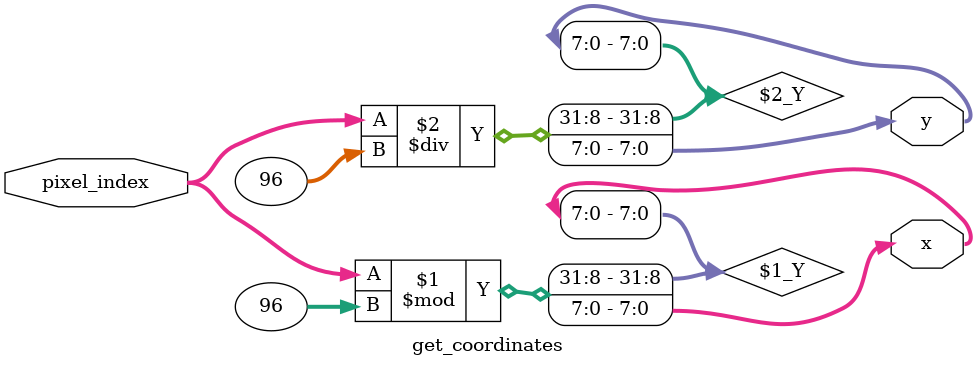
<source format=v>
`timescale 1ns / 1ps


module get_coordinates(input [12:0] pixel_index, output [7:0] x, y);
    assign x = pixel_index % 96;
    assign y = pixel_index / 96;
endmodule
</source>
